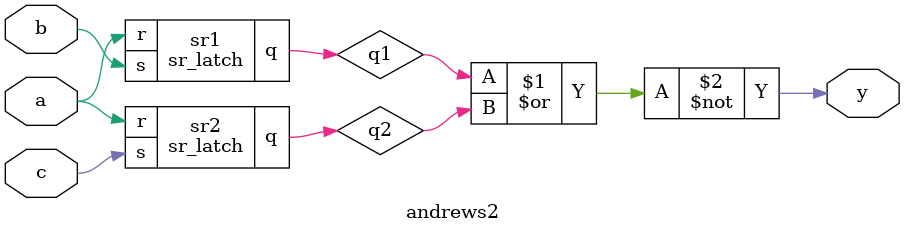
<source format=v>
module sr_latch(q, s, r);

   input  s, r;
   output q;
   wire   p;

   nor(q, r, p);
   nor(p, q, s);

endmodule

module andrews2(y, a, b, c);

   output y;
   input  a, b, c;
   wire   q1, q2;

   sr_latch sr1(q1, b, a);
   sr_latch sr2(q2, c, a);
   nor(y, q1, q2);

endmodule

</source>
